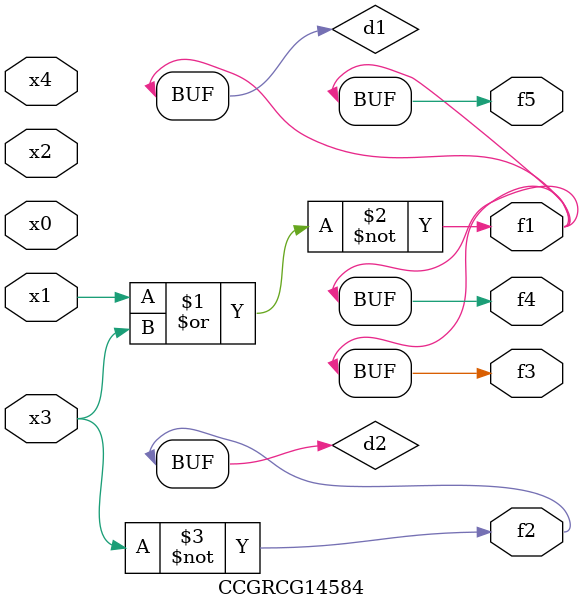
<source format=v>
module CCGRCG14584(
	input x0, x1, x2, x3, x4,
	output f1, f2, f3, f4, f5
);

	wire d1, d2;

	nor (d1, x1, x3);
	not (d2, x3);
	assign f1 = d1;
	assign f2 = d2;
	assign f3 = d1;
	assign f4 = d1;
	assign f5 = d1;
endmodule

</source>
